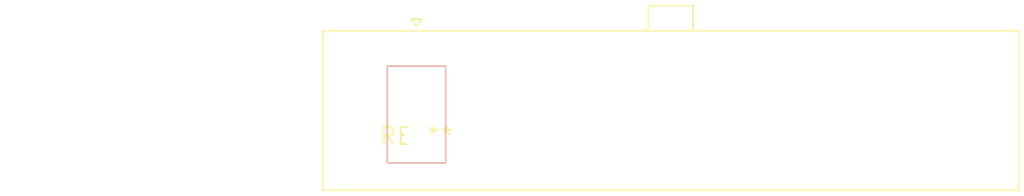
<source format=kicad_pcb>
(kicad_pcb (version 20240108) (generator pcbnew)
  (layers (0 "F.Cu" signal) (31 "B.Cu" signal) (34 "B.Paste" user) (35 "F.Paste" user) (36 "B.SilkS" user "B.Silkscreen") (37 "F.SilkS" user "F.Silkscreen") (38 "B.Mask" user) (39 "F.Mask" user) (44 "Edge.Cuts" user))
  (net 0 "")
  (footprint "Molex_Sabre_43160-2106_1x06_P7.49mm_Vertical_ThermalVias" (layer "F.Cu") (at 0 0)
    (property "Reference" "REF**")
    (property "Value" "Molex_Sabre_43160-2106_1x06_P7.49mm_Vertical_ThermalVias")
    (fp_line (start -2.15 -5.155) (end -2.15 1.975) (layer "B.SilkS") (stroke (width 0.12)))
    (fp_line (start -2.15 1.975) (end 2.15 1.975) (layer "B.SilkS") (stroke (width 0.12)))
    (fp_line (start 2.15 -5.155) (end -2.15 -5.155) (layer "B.SilkS") (stroke (width 0.12)))
    (fp_line (start 2.15 1.975) (end 2.15 -5.155) (layer "B.SilkS") (stroke (width 0.12)))
    (fp_line (start -6.9 -7.76) (end -6.9 3.99) (layer "F.SilkS") (stroke (width 0.12)))
    (fp_line (start -6.9 3.99) (end 44.35 3.99) (layer "F.SilkS") (stroke (width 0.12)))
    (fp_line (start -0.4 -8.625685) (end 0 -8.06) (layer "F.SilkS") (stroke (width 0.12)))
    (fp_line (start 0 -8.06) (end 0.4 -8.625685) (layer "F.SilkS") (stroke (width 0.12)))
    (fp_line (start 0.4 -8.625685) (end -0.4 -8.625685) (layer "F.SilkS") (stroke (width 0.12)))
    (fp_line (start 17.09 -9.61) (end 20.36 -9.61) (layer "F.SilkS") (stroke (width 0.12)))
    (fp_line (start 17.09 -7.76) (end 17.09 -9.61) (layer "F.SilkS") (stroke (width 0.12)))
    (fp_line (start 20.36 -9.61) (end 20.36 -7.76) (layer "F.SilkS") (stroke (width 0.12)))
    (fp_line (start 44.35 -7.76) (end -6.9 -7.76) (layer "F.SilkS") (stroke (width 0.12)))
    (fp_line (start 44.35 3.99) (end 44.35 -7.76) (layer "F.SilkS") (stroke (width 0.12)))
    (pad "" thru_hole circle (at -4.75 -3.43) (size 4 4) (drill 3) (layers *.Cu *.Mask) (remove_unused_layers))
    (pad "" thru_hole circle (at 42.2 -3.43) (size 4 4) (drill 3) (layers *.Cu *.Mask) (remove_unused_layers))
    (pad "1" thru_hole rect (at -1.44 -4.445) (size 0.6 0.6) (drill 0.3) (layers *.Cu *.Mask) (remove_unused_layers))
    (pad "1" thru_hole rect (at -1.44 -3.0175) (size 0.6 0.6) (drill 0.3) (layers *.Cu *.Mask) (remove_unused_layers))
    (pad "1" thru_hole rect (at -1.44 -1.59) (size 0.6 0.6) (drill 0.3) (layers *.Cu *.Mask) (remove_unused_layers))
    (pad "1" thru_hole rect (at -1.44 -0.1625) (size 0.6 0.6) (drill 0.3) (layers *.Cu *.Mask) (remove_unused_layers))
    (pad "1" thru_hole rect (at -1.44 1.265) (size 0.6 0.6) (drill 0.3) (layers *.Cu *.Mask) (remove_unused_layers))
    (pad "1" thru_hole rect (at 0 -4.445) (size 0.6 0.6) (drill 0.3) (layers *.Cu *.Mask) (remove_unused_layers))
    (pad "1" thru_hole rect (at 0 -3.18) (size 3.78 3.43) (drill 1.78) (layers *.Cu *.Mask) (remove_unused_layers))
    (pad "1" thru_hole rect (at 0 -1.59) (size 0.6 0.6) (drill 0.3) (layers *.Cu *.Mask) (remove_unused_layers))
    (pad "1" thru_hole rect (at 0 0) (size 3.78 3.43) (drill 1.78) (layers *.Cu *.Mask) (remove_unused_layers))
    (pad "1" thru_hole rect (at 0 1.265) (size 0.6 0.6) (drill 0.3) (layers *.Cu *.Mask) (remove_unused_layers))
    (pad "1" thru_hole rect (at 1.44 -4.445) (size 0.6 0.6) (drill 0.3) (layers *.Cu *.Mask) (remove_unused_layers))
    (pad "1" thru_hole rect (at 1.44 -3.0175) (size 0.6 0.6) (drill 0.3) (layers *.Cu *.Mask) (remove_unused_layers))
    (pad "1" thru_hole rect (at 1.44 -1.59) (size 0.6 0.6) (drill 0.3) (layers *.Cu *.Mask) (remove_unused_layers))
    (pad "1" thru_hole rect (at 1.44 -0.1625) (size 0.6 0.6) (drill 0.3) (layers *.Cu *.Mask) (remove_unused_layers))
    (pad "1" thru_hole rect (at 1.44 1.265) (size 0.6 0.6) (drill 0.3) (layers *.Cu *.Mask) (remove_unused_layers))
    (pad "2" thru_hole circle (at 6.05 -4.445) (size 0.6 0.6) (drill 0.3) (layers *.Cu *.Mask) (remove_unused_layers))
    (pad "2" thru_hole circle (at 6.05 -3.0175) (size 0.6 0.6) (drill 0.3) (layers *.Cu *.Mask) (remove_unused_layers))
    (pad "2" thru_hole circle (at 6.05 -1.59) (size 0.6 0.6) (drill 0.3) (layers *.Cu *.Mask) (remove_unused_layers))
    (pad "2" thru_hole circle (at 6.05 -0.1625) (size 0.6 0.6) (drill 0.3) (layers *.Cu *.Mask) (remove_unused_layers))
    (pad "2" thru_hole circle (at 6.05 1.265) (size 0.6 0.6) (drill 0.3) (layers *.Cu *.Mask) (remove_unused_layers))
    (pad "2" thru_hole circle (at 7.49 -4.445) (size 0.6 0.6) (drill 0.3) (layers *.Cu *.Mask) (remove_unused_layers))
    (pad "2" thru_hole rect (at 7.49 -3.18) (size 3.78 3.43) (drill 1.78) (layers *.Cu *.Mask) (remove_unused_layers))
    (pad "2" thru_hole circle (at 7.49 -1.59) (size 0.6 0.6) (drill 0.3) (layers *.Cu *.Mask) (remove_unused_layers))
    (pad "2" thru_hole rect (at 7.49 0) (size 3.78 3.43) (drill 1.78) (layers *.Cu *.Mask) (remove_unused_layers))
    (pad "2" thru_hole circle (at 7.49 1.265) (size 0.6 0.6) (drill 0.3) (layers *.Cu *.Mask) (remove_unused_layers))
    (pad "2" thru_hole circle (at 8.93 -4.445) (size 0.6 0.6) (drill 0.3) (layers *.Cu *.Mask) (remove_unused_layers))
    (pad "2" thru_hole circle (at 8.93 -3.0175) (size 0.6 0.6) (drill 0.3) (layers *.Cu *.Mask) (remove_unused_layers))
    (pad "2" thru_hole circle (at 8.93 -1.59) (size 0.6 0.6) (drill 0.3) (layers *.Cu *.Mask) (remove_unused_layers))
    (pad "2" thru_hole circle (at 8.93 -0.1625) (size 0.6 0.6) (drill 0.3) (layers *.Cu *.Mask) (remove_unused_layers))
    (pad "2" thru_hole circle (at 8.93 1.265) (size 0.6 0.6) (drill 0.3) (layers *.Cu *.Mask) (remove_unused_layers))
    (pad "3" thru_hole circle (at 13.54 -4.445) (size 0.6 0.6) (drill 0.3) (layers *.Cu *.Mask) (remove_unused_layers))
    (pad "3" thru_hole circle (at 13.54 -3.0175) (size 0.6 0.6) (drill 0.3) (layers *.Cu *.Mask) (remove_unused_layers))
    (pad "3" thru_hole circle (at 13.54 -1.59) (size 0.6 0.6) (drill 0.3) (layers *.Cu *.Mask) (remove_unused_layers))
    (pad "3" thru_hole circle (at 13.54 -0.1625) (size 0.6 0.6) (drill 0.3) (layers *.Cu *.Mask) (remove_unused_layers))
    (pad "3" thru_hole circle (at 13.54 1.265) (size 0.6 0.6) (drill 0.3) (layers *.Cu *.Mask) (remove_unused_layers))
    (pad "3" thru_hole circle (at 14.98 -4.445) (size 0.6 0.6) (drill 0.3) (layers *.Cu *.Mask) (remove_unused_layers))
    (pad "3" thru_hole rect (at 14.98 -3.18) (size 3.78 3.43) (drill 1.78) (layers *.Cu *.Mask) (remove_unused_layers))
    (pad "3" thru_hole circle (at 14.98 -1.59) (size 0.6 0.6) (drill 0.3) (layers *.Cu *.Mask) (remove_unused_layers))
    (pad "3" thru_hole rect (at 14.98 0) (size 3.78 3.43) (drill 1.78) (layers *.Cu *.Mask) (remove_unused_layers))
    (pad "3" thru_hole circle (at 14.98 1.265) (size 0.6 0.6) (drill 0.3) (layers *.Cu *.Mask) (remove_unused_layers))
    (pad "3" thru_hole circle (at 16.42 -4.445) (size 0.6 0.6) (drill 0.3) (layers *.Cu *.Mask) (remove_unused_layers))
    (pad "3" thru_hole circle (at 16.42 -3.0175) (size 0.6 0.6) (drill 0.3) (layers *.Cu *.Mask) (remove_unused_layers))
    (pad "3" thru_hole circle (at 16.42 -1.59) (size 0.6 0.6) (drill 0.3) (layers *.Cu *.Mask) (remove_unused_layers))
    (pad "3" thru_hole circle (at 16.42 -0.1625) (size 0.6 0.6) (drill 0.3) (layers *.Cu *.Mask) (remove_unused_layers))
    (pad "3" thru_hole circle (at 16.42 1.265) (size 0.6 0.6) (drill 0.3) (layers *.Cu *.Mask) (remove_unused_layers))
    (pad "4" thru_hole circle (at 21.03 -4.445) (size 0.6 0.6) (drill 0.3) (layers *.Cu *.Mask) (remove_unused_layers))
    (pad "4" thru_hole circle (at 21.03 -3.0175) (size 0.6 0.6) (drill 0.3) (layers *.Cu *.Mask) (remove_unused_layers))
    (pad "4" thru_hole circle (at 21.03 -1.59) (size 0.6 0.6) (drill 0.3) (layers *.Cu *.Mask) (remove_unused_layers))
    (pad "4" thru_hole circle (at 21.03 -0.1625) (size 0.6 0.6) (drill 0.3) (layers *.Cu *.Mask) (remove_unused_layers))
    (pad "4" thru_hole circle (at 21.03 1.265) (size 0.6 0.6) (drill 0.3) (layers *.Cu *.Mask) (remove_unused_layers))
    (pad "4" thru_hole circle (at 22.47 -4.445) (size 0.6 0.6) (drill 0.3) (layers *.Cu *.Mask) (remove_unused_layers))
    (pad "4" thru_hole rect (at 22.47 -3.18) (size 3.78 3.43) (drill 1.78) (layers *.Cu *.Mask) (remove_unused_layers))
    (pad "4" thru_hole circle (at 22.47 -1.59) (size 0.6 0.6) (drill 0.3) (layers *.Cu *.Mask) (remove_unused_layers))
    (pad "4" thru_hole rect (at 22.47 0) (size 3.78 3.43) (drill 1.78) (layers *.Cu *.Mask) (remove_unused_layers))
    (pad "4" thru_hole circle (at 22.47 1.265) (size 0.6 0.6) (drill 0.3) (layers *.Cu *.Mask) (remove_unused_layers))
    (pad "4" thru_hole circle (at 23.91 -4.445) (size 0.6 0.6) (drill 0.3) (layers *.Cu *.Mask) (remove_unused_layers))
    (pad "4" thru_hole circle (at 23.91 -3.0175) (size 0.6 0.6) (drill 0.3) (layers *.Cu *.Mask) (remove_unused_layers))
    (pad "4" thru_hole circle (at 23.91 -1.59) (size 0.6 0.6) (drill 0.3) (layers *.Cu *.Mask) (remove_unused_layers))
    (pad "4" thru_hole circle (at 23.91 -0.1625) (size 0.6 0.6) (drill 0.3) (layers *.Cu *.Mask) (remove_unused_layers))
    (pad "4" thru_hole circle (at 23.91 1.265) (size 0.6 0.6) (drill 0.3) (layers *.Cu *.Mask) (remove_unused_layers))
    (pad "5" thru_hole circle (at 28.52 -4.445) (size 0.6 0.6) (drill 0.3) (layers *.Cu *.Mask) (remove_unused_layers))
    (pad "5" thru_hole circle (at 28.52 -3.0175) (size 0.6 0.6) (drill 0.3) (layers *.Cu *.Mask) (remove_unused_layers))
    (pad "5" thru_hole circle (at 28.52 -1.59) (size 0.6 0.6) (drill 0.3) (layers *.Cu *.Mask) (remove_unused_layers))
    (pad "5" thru_hole circle (at 28.52 -0.1625) (size 0.6 0.6) (drill 0.3) (layers *.Cu *.Mask) (remove_unused_layers))
    (pad "5" thru_hole circle (at 28.52 1.265) (size 0.6 0.6) (drill 0.3) (layers *.Cu *.Mask) (remove_unused_layers))
    (pad "5" thru_hole circle (at 29.96 -4.445) (size 0.6 0.6) (drill 0.3) (layers *.Cu *.Mask) (remove_unused_layers))
    (pad "5" thru_hole rect (at 29.96 -3.18) (size 3.78 3.43) (drill 1.78) (layers *.Cu *.Mask) (remove_unused_layers))
    (pad "5" thru_hole circle (at 29.96 -1.59) (size 0.6 0.6) (drill 0.3) (layers *.Cu *.Mask) (remove_unused_layers))
    (pad "5" thru_hole rect (at 29.96 0) (size 3.78 3.43) (drill 1.78) (layers *.Cu *.Mask) (remove_unused_layers))
    (pad "5" thru_hole circle (at 29.96 1.265) (size 0.6 0.6) (drill 0.3) (layers *.Cu *.Mask) (remove_unused_layers))
    (pad "5" thru_hole circle (at 31.4 -4.445) (size 0.6 0.6) (drill 0.3) (layers *.Cu *.Mask) (remove_unused_layers))
    (pad "5" thru_hole circle (at 31.4 -3.0175) (size 0.6 0.6) (drill 0.3) (layers *.Cu *.Mask) (remove_unused_layers))
    (pad "5" thru_hole circle (at 31.4 -1.59) (size 0.6 0.6) (drill 0.3) (layers *.Cu *.Mask) (remove_unused_layers))
    (pad "5" thru_hole circle (at 31.4 -0.1625) (size 0.6 0.6) (drill 0.3) (layers *.Cu *.Mask) (remove_unused_layers))
    (pad "5" thru_hole circle (at 31.4 1.265) (size 0.6 0.6) (drill 0.3) (layers *.Cu *.Mask) (remove_unused_layers))
    (pad "6" thru_hole circle (at 36.01 -4.445) (size 0.6 0.6) (drill 0.3) (layers *.Cu *.Mask) (remove_unused_layers))
    (pad "6" thru_hole circle (at 36.01 -3.0175) (size 0.6 0.6) (drill 0.3) (layers *.Cu *.Mask) (remove_unused_layers))
    (pad "6" thru_hole circle (at 36.01 -1.59) (size 0.6 0.6) (drill 0.3) (layers *.Cu *.Mask) (remove_unused_layers))
    (pad "6" thru_hole circle (at 36.01 -0.1625) (size 0.6 0.6) (drill 0.3) (layers *.Cu *.Mask) (remove_unused_layers))
    (pad "6" thru_hole circle (at 36.01 1.265) (size 0.6 0.6) (drill 0.3) (layers *.Cu *.Mask) (remove_unused_layers))
    (pad "6" thru_hole circle (at 37.45 -4.445) (size 0.6 0.6) (drill 0.3) (layers *.Cu *.Mask) (remove_unused_layers))
    (pad "6" thru_hole rect (at 37.45 -3.18) (size 3.78 3.43) (drill 1.78) (layers *.Cu *.Mask) (remove_unused_layers))
    (pad "6" thru_hole circle (at 37.45 -1.59) (size 0.6 0.6) (drill 0.3) (layers *.Cu *.Mask) (remove_unused_layers))
    (pad "6" thru_hole rect (at 37.45 0) (size 3.78 3.43) (drill 1.78) (layers *.Cu *.Mask) (remove_unused_layers))
    (pad "6" thru_hole circle (at 37.45 1.265) (size 0.6 0.6) (drill 0.3) (layers *.Cu *.Mask) (remove_unused_layers))
    (pad "6" thru_hole circle (at 38.89 -4.445) (size 0.6 0.6) (drill 0.3) (layers *.Cu *.Mask) (remove_unused_layers))
    (pad "6" thru_hole circle (at 38.89 -3.0175) (size 0.6 0.6) (drill 0.3) (layers *.Cu *.Mask) (remove_unused_layers))
    (pad "6" thru_hole circle (at 38.89 -1.59) (size 0.6 0.6) (drill 0.3) (layers *.Cu *.Mask) (remove_unused_layers))
    (pad "6" thru_hole circle (at 38.89 -0.1625) (size 0.6 0.6) (drill 0.3) (layers *.Cu *.Mask) (remove_unused_layers))
    (pad "6" thru_hole circle (at 38.89 1.265) (size 0.6 0.6) (drill 0.3) (layers *.Cu *.Mask) (remove_unused_layers))
  )
)
</source>
